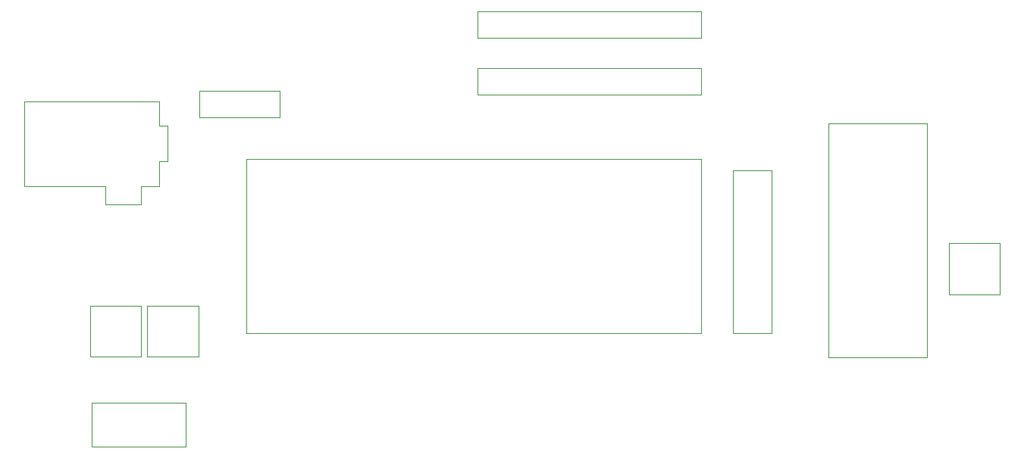
<source format=gbr>
G04 #@! TF.FileFunction,Other,User*
%FSLAX46Y46*%
G04 Gerber Fmt 4.6, Leading zero omitted, Abs format (unit mm)*
G04 Created by KiCad (PCBNEW 4.0.7) date Fri Nov 23 17:56:45 2018*
%MOMM*%
%LPD*%
G01*
G04 APERTURE LIST*
%ADD10C,0.100000*%
%ADD11C,0.050000*%
G04 APERTURE END LIST*
D10*
D11*
X124290000Y-117900000D02*
X124290000Y-122810000D01*
X124290000Y-122810000D02*
X134790000Y-122810000D01*
X134790000Y-122810000D02*
X134790000Y-117900000D01*
X134790000Y-117900000D02*
X124290000Y-117900000D01*
X131810000Y-84400000D02*
X131810000Y-84150000D01*
X131810000Y-84150000D02*
X116810000Y-84150000D01*
X131810000Y-84400000D02*
X131810000Y-86900000D01*
X131810000Y-86900000D02*
X132810000Y-86900000D01*
X132810000Y-86900000D02*
X132810000Y-90900000D01*
X132810000Y-90900000D02*
X131810000Y-90900000D01*
X131810000Y-90900000D02*
X131810000Y-93650000D01*
X131810000Y-93650000D02*
X129810000Y-93650000D01*
X129810000Y-93650000D02*
X129810000Y-95650000D01*
X129810000Y-95650000D02*
X125810000Y-95650000D01*
X125810000Y-95650000D02*
X125810000Y-93650000D01*
X125810000Y-93650000D02*
X116810000Y-93650000D01*
X116810000Y-93650000D02*
X116810000Y-84150000D01*
X192405000Y-110100000D02*
X141605000Y-110100000D01*
X192405000Y-90600000D02*
X192405000Y-110100000D01*
X141605000Y-90600000D02*
X192405000Y-90600000D01*
X141605000Y-110100000D02*
X141605000Y-90600000D01*
X124130000Y-107005000D02*
X124130000Y-112705000D01*
X124130000Y-112705000D02*
X129830000Y-112705000D01*
X129830000Y-112705000D02*
X129830000Y-107005000D01*
X129830000Y-107005000D02*
X124130000Y-107005000D01*
X220035000Y-105740000D02*
X225735000Y-105740000D01*
X225735000Y-105740000D02*
X225735000Y-100040000D01*
X225735000Y-100040000D02*
X220035000Y-100040000D01*
X220035000Y-100040000D02*
X220035000Y-105740000D01*
X136220000Y-112705000D02*
X136220000Y-107005000D01*
X136220000Y-107005000D02*
X130520000Y-107005000D01*
X130520000Y-107005000D02*
X130520000Y-112705000D01*
X130520000Y-112705000D02*
X136220000Y-112705000D01*
X200270000Y-91895000D02*
X195970000Y-91895000D01*
X195970000Y-91895000D02*
X195970000Y-110045000D01*
X195970000Y-110045000D02*
X200270000Y-110045000D01*
X200270000Y-110045000D02*
X200270000Y-91895000D01*
X217600000Y-112825000D02*
X217600000Y-86625000D01*
X217600000Y-86625000D02*
X206600000Y-86625000D01*
X206600000Y-86625000D02*
X206600000Y-112825000D01*
X206600000Y-112825000D02*
X217600000Y-112825000D01*
X167410000Y-83415000D02*
X192410000Y-83415000D01*
X192410000Y-83415000D02*
X192410000Y-80415000D01*
X192410000Y-80415000D02*
X167410000Y-80415000D01*
X167410000Y-80415000D02*
X167410000Y-83415000D01*
X167410000Y-77065000D02*
X192410000Y-77065000D01*
X192410000Y-77065000D02*
X192410000Y-74065000D01*
X192410000Y-74065000D02*
X167410000Y-74065000D01*
X167410000Y-74065000D02*
X167410000Y-77065000D01*
X136295000Y-85955000D02*
X145295000Y-85955000D01*
X145295000Y-85955000D02*
X145295000Y-82955000D01*
X145295000Y-82955000D02*
X136295000Y-82955000D01*
X136295000Y-82955000D02*
X136295000Y-85955000D01*
M02*

</source>
